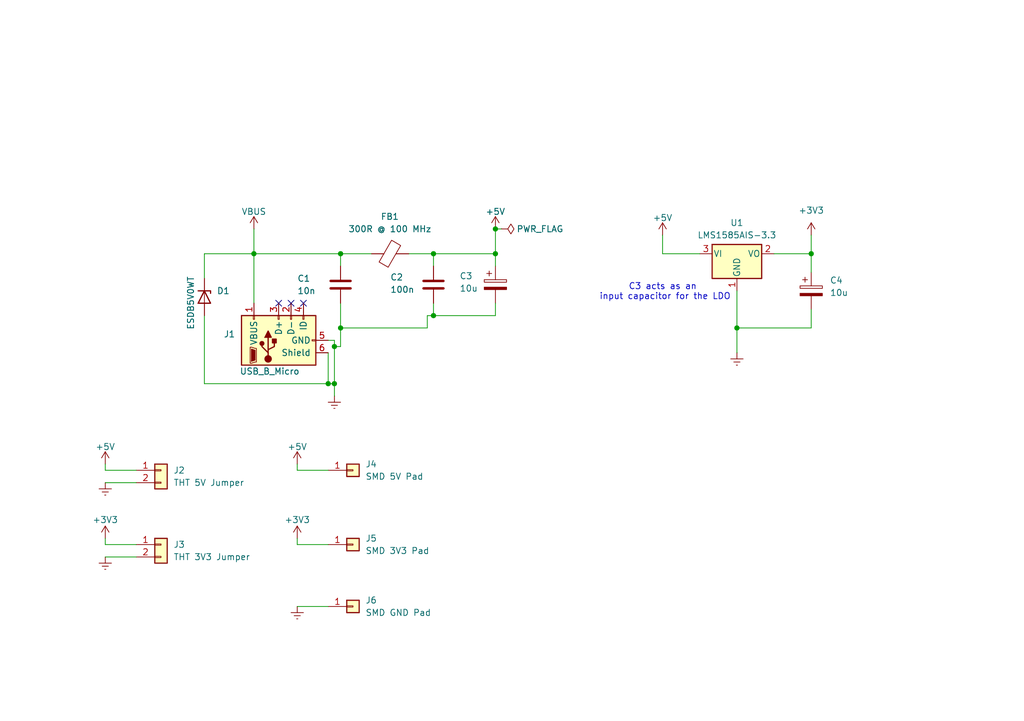
<source format=kicad_sch>
(kicad_sch (version 20231120) (generator "eeschema") (generator_version "8.0")
  (paper "A5")
  (title_block (title "5V & 3V3 USB Micro Power Supply Breakout Board") (date "2025-02-11") (rev "v04") (comment 3 "With filtering and ESD protection") (comment 4 "Simple 5V & 3V3 power supply from USB micro input (VBUS)"))
  (lib_symbols
    (symbol "Connector:USB_B_Micro" (pin_names (offset 1.016))
      (property "Reference" "J" (at -5.08 11.43 0))
      (property "Value" "USB_B_Micro" (at -5.08 8.89 0))
      (symbol "USB_B_Micro_0_1"
        (rectangle (start -5.08 -7.62) (end 5.08 7.62) (stroke (width 0.254)) (fill (type background)))
        (circle (center -3.81 2.159) (radius 0.635) (stroke (width 0.254)) (fill (type outline)))
        (circle (center -0.635 3.429) (radius 0.381) (stroke (width 0.254)) (fill (type outline)))
        (rectangle (start -0.127 -7.62) (end 0.127 -6.858))
        (polyline (pts (xy -1.905 2.159) (xy 0.635 2.159)) (stroke (width 0.254)))
        (polyline (pts (xy -3.175 2.159) (xy -2.54 2.159) (xy -1.27 3.429) (xy -0.635 3.429)) (stroke (width 0.254)))
        (polyline (pts (xy -2.54 2.159) (xy -1.905 2.159) (xy -1.27 0.889) (xy 0 0.889)) (stroke (width 0.254)))
        (polyline (pts (xy 0.635 2.794) (xy 0.635 1.524) (xy 1.905 2.159) (xy 0.635 2.794)) (stroke (width 0.254)) (fill (type outline)))
        (polyline (pts (xy -4.318 5.588) (xy -1.778 5.588) (xy -2.032 4.826) (xy -4.064 4.826) (xy -4.318 5.588)) (fill (type outline)))
        (polyline (pts (xy -4.699 5.842) (xy -4.699 5.588) (xy -4.445 4.826) (xy -4.445 4.572) (xy -1.651 4.572) (xy -1.651 4.826) (xy -1.397 5.588) (xy -1.397 5.842) (xy -4.699 5.842)))
        (rectangle (start 0.254 1.27) (end -0.508 0.508) (stroke (width 0.254)) (fill (type outline)))
        (rectangle (start 5.08 -5.207) (end 4.318 -4.953))
        (rectangle (start 5.08 -2.667) (end 4.318 -2.413))
        (rectangle (start 5.08 -0.127) (end 4.318 0.127))
        (rectangle (start 5.08 4.953) (end 4.318 5.207))
      )
      (symbol "USB_B_Micro_1_1"
        (pin power_out line (at 7.62 5.08 180) (length 2.54) (name "VBUS") (number "1"))
        (pin bidirectional line (at 7.62 -2.54 180) (length 2.54) (name "D-") (number "2"))
        (pin bidirectional line (at 7.62 0 180) (length 2.54) (name "D+") (number "3"))
        (pin passive line (at 7.62 -5.08 180) (length 2.54) (name "ID") (number "4"))
        (pin power_out line (at 0 -10.16 90) (length 2.54) (name "GND") (number "5"))
        (pin passive line (at -2.54 -10.16 90) (length 2.54) (name "Shield") (number "6"))
      )
    )
    (symbol "Connector_Generic:Conn_01x01" (pin_names (offset 1.016) hide)
      (property "Reference" "J" (at 0 2.54 0))
      (property "Value" "Conn_01x01" (at 0 -2.54 0))
      (symbol "Conn_01x01_1_1"
        (rectangle (start -1.27 0.127) (end 0 -0.127) (stroke (width 0.1524)))
        (rectangle (start -1.27 1.27) (end 1.27 -1.27) (stroke (width 0.254)) (fill (type background)))
        (pin passive line (at -5.08 0 0) (length 3.81) (name "Pin_1") (number "1"))
      )
    )
    (symbol "Connector_Generic:Conn_01x02" (pin_names (offset 1.016) hide)
      (property "Reference" "J" (at 0 2.54 0))
      (property "Value" "Conn_01x02" (at 0 -5.08 0))
      (symbol "Conn_01x02_1_1"
        (rectangle (start -1.27 -2.413) (end 0 -2.667) (stroke (width 0.1524)))
        (rectangle (start -1.27 0.127) (end 0 -0.127) (stroke (width 0.1524)))
        (rectangle (start -1.27 1.27) (end 1.27 -3.81) (stroke (width 0.254)) (fill (type background)))
        (pin passive line (at -5.08 0 0) (length 3.81) (name "Pin_1") (number "1"))
        (pin passive line (at -5.08 -2.54 0) (length 3.81) (name "Pin_2") (number "2"))
      )
    )
    (symbol "Device:C" (pin_numbers hide) (pin_names (offset 0.254))
      (property "Reference" "C" (at 0.635 2.54 0))
      (property "Value" "C" (at 0.635 -2.54 0))
      (symbol "C_0_1"
        (polyline (pts (xy -2.032 -0.762) (xy 2.032 -0.762)) (stroke (width 0.508)))
        (polyline (pts (xy -2.032 0.762) (xy 2.032 0.762)) (stroke (width 0.508)))
      )
      (symbol "C_1_1"
        (pin passive line (at 0 3.81 270) (length 2.794) (name "~") (number "1"))
        (pin passive line (at 0 -3.81 90) (length 2.794) (name "~") (number "2"))
      )
    )
    (symbol "Device:C_Polarized" (pin_numbers hide) (pin_names (offset 0.254))
      (property "Reference" "C" (at 0.635 2.54 0))
      (property "Value" "C_Polarized" (at 0.635 -2.54 0))
      (symbol "C_Polarized_0_1"
        (rectangle (start -2.286 0.508) (end 2.286 1.016))
        (polyline (pts (xy -1.778 2.286) (xy -0.762 2.286)))
        (polyline (pts (xy -1.27 2.794) (xy -1.27 1.778)))
        (rectangle (start 2.286 -0.508) (end -2.286 -1.016) (fill (type outline)))
      )
      (symbol "C_Polarized_1_1"
        (pin passive line (at 0 3.81 270) (length 2.794) (name "~") (number "1"))
        (pin passive line (at 0 -3.81 90) (length 2.794) (name "~") (number "2"))
      )
    )
    (symbol "Device:FerriteBead" (pin_numbers hide) (pin_names (offset 0))
      (property "Reference" "FB" (at -3.81 0.635 90))
      (property "Value" "FerriteBead" (at 3.81 0 90))
      (symbol "FerriteBead_0_1"
        (polyline (pts (xy 0 -1.27) (xy 0 -1.2192)))
        (polyline (pts (xy 0 1.27) (xy 0 1.2954)))
        (polyline (pts (xy -2.7686 0.4064) (xy -1.7018 2.2606) (xy 2.7686 -0.3048) (xy 1.6764 -2.159) (xy -2.7686 0.4064)))
      )
      (symbol "FerriteBead_1_1"
        (pin passive line (at 0 3.81 270) (length 2.54) (name "~") (number "1"))
        (pin passive line (at 0 -3.81 90) (length 2.54) (name "~") (number "2"))
      )
    )
    (symbol "Diode:PTVS5V0Z1USKP" (pin_numbers hide) (pin_names hide)
      (property "Reference" "D" (at 0 2.54 0))
      (property "Value" "PTVS5V0Z1USKP" (at 0 -2.54 0))
      (symbol "PTVS5V0Z1USKP_0_1"
        (polyline (pts (xy 1.27 0) (xy -1.27 0)))
        (polyline (pts (xy -1.27 -1.27) (xy -1.27 1.27) (xy -0.762 1.27)) (stroke (width 0.254)))
        (polyline (pts (xy 1.27 -1.27) (xy 1.27 1.27) (xy -1.27 0) (xy 1.27 -1.27)) (stroke (width 0.254)))
      )
      (symbol "PTVS5V0Z1USKP_1_1"
        (pin passive line (at -3.81 0 0) (length 2.54) (name "K") (number "1"))
        (pin passive line (at 3.81 0 180) (length 2.54) (name "A") (number "2"))
      )
    )
    (symbol "Regulator_Linear:LM1084-3.3" (pin_names (offset 0.254))
      (property "Reference" "U" (at -3.81 3.175 0))
      (property "Value" "LM1084-3.3" (at 0 3.175 0))
      (symbol "LM1084-3.3_0_1"
        (rectangle (start -5.08 1.905) (end 5.08 -5.08) (stroke (width 0.254)) (fill (type background)))
      )
      (symbol "LM1084-3.3_1_1"
        (pin power_in line (at 0 -7.62 90) (length 2.54) (name "GND") (number "1"))
        (pin power_out line (at 7.62 0 180) (length 2.54) (name "VO") (number "2"))
        (pin power_in line (at -7.62 0 0) (length 2.54) (name "VI") (number "3"))
      )
    )
    (symbol "power:+3V3" (power) (pin_numbers hide) (pin_names (offset 0) hide)
      (property "Value" "+3V3" (at 0 3.556 0))
      (symbol "+3V3_0_1"
        (polyline (pts (xy -0.762 1.27) (xy 0 2.54)))
        (polyline (pts (xy 0 0) (xy 0 2.54)))
        (polyline (pts (xy 0 2.54) (xy 0.762 1.27)))
      )
      (symbol "+3V3_1_1"
        (pin power_in line (at 0 0 90) (length 0) (name "~") (number "1"))
      )
    )
    (symbol "power:+5V" (power) (pin_numbers hide) (pin_names (offset 0) hide)
      (property "Value" "+5V" (at 0 3.556 0))
      (symbol "+5V_0_1"
        (polyline (pts (xy -0.762 1.27) (xy 0 2.54)))
        (polyline (pts (xy 0 0) (xy 0 2.54)))
        (polyline (pts (xy 0 2.54) (xy 0.762 1.27)))
      )
      (symbol "+5V_1_1"
        (pin power_in line (at 0 0 90) (length 0) (name "~") (number "1"))
      )
    )
    (symbol "power:GNDREF" (power) (pin_numbers hide) (pin_names (offset 0) hide)
      (property "Value" "GNDREF" (at 0 -3.81 0))
      (symbol "GNDREF_0_1"
        (polyline (pts (xy -0.635 -1.905) (xy 0.635 -1.905)))
        (polyline (pts (xy -0.127 -2.54) (xy 0.127 -2.54)))
        (polyline (pts (xy 0 -1.27) (xy 0 0)))
        (polyline (pts (xy 1.27 -1.27) (xy -1.27 -1.27)))
      )
      (symbol "GNDREF_1_1"
        (pin power_in line (at 0 0 270) (length 0) (name "~") (number "1"))
      )
    )
    (symbol "power:PWR_FLAG" (power) (pin_numbers hide) (pin_names (offset 0) hide)
      (property "Value" "PWR_FLAG" (at 0 3.81 0))
      (symbol "PWR_FLAG_0_0"
        (pin power_out line (at 0 0 90) (length 0) (name "~") (number "1"))
      )
      (symbol "PWR_FLAG_0_1"
        (polyline (pts (xy 0 0) (xy 0 1.27) (xy -1.016 1.905) (xy 0 2.54) (xy 1.016 1.905) (xy 0 1.27)))
      )
    )
  )
  (junction (at 69.85 52.07))
  (junction (at 166.37 52.07))
  (junction (at 69.85 67.31))
  (junction (at 52.07 52.07))
  (junction (at 68.58 71.12))
  (junction (at 101.6 46.99))
  (junction (at 68.58 78.74))
  (junction (at 101.6 52.07))
  (junction (at 88.9 64.77))
  (junction (at 88.9 52.07))
  (junction (at 67.31 78.74))
  (junction (at 151.13 67.31))
  (no_connect (at 57.15 62.23))
  (no_connect (at 59.69 62.23))
  (no_connect (at 62.23 62.23))
  (wire (pts (xy 41.91 64.77) (xy 41.91 78.74)))
  (wire (pts (xy 67.31 69.85) (xy 68.58 69.85)))
  (wire (pts (xy 21.59 99.06) (xy 27.94 99.06)))
  (wire (pts (xy 101.6 46.99) (xy 101.6 52.07)))
  (wire (pts (xy 68.58 69.85) (xy 68.58 71.12)))
  (wire (pts (xy 41.91 52.07) (xy 41.91 57.15)))
  (wire (pts (xy 166.37 63.5) (xy 166.37 67.31)))
  (wire (pts (xy 69.85 52.07) (xy 69.85 54.61)))
  (wire (pts (xy 21.59 110.49) (xy 21.59 111.76)))
  (wire (pts (xy 60.96 111.76) (xy 67.31 111.76)))
  (wire (pts (xy 101.6 46.99) (xy 102.87 46.99)))
  (wire (pts (xy 21.59 114.3) (xy 27.94 114.3)))
  (wire (pts (xy 151.13 72.39) (xy 151.13 67.31)))
  (wire (pts (xy 88.9 52.07) (xy 101.6 52.07)))
  (wire (pts (xy 101.6 52.07) (xy 101.6 54.61)))
  (wire (pts (xy 68.58 71.12) (xy 68.58 78.74)))
  (wire (pts (xy 88.9 64.77) (xy 101.6 64.77)))
  (wire (pts (xy 67.31 72.39) (xy 67.31 78.74)))
  (wire (pts (xy 68.58 71.12) (xy 69.85 71.12)))
  (wire (pts (xy 87.63 67.31) (xy 69.85 67.31)))
  (wire (pts (xy 88.9 52.07) (xy 88.9 54.61)))
  (wire (pts (xy 52.07 46.99) (xy 52.07 52.07)))
  (wire (pts (xy 83.82 52.07) (xy 88.9 52.07)))
  (wire (pts (xy 88.9 64.77) (xy 87.63 64.77)))
  (wire (pts (xy 60.96 96.52) (xy 67.31 96.52)))
  (wire (pts (xy 166.37 48.26) (xy 166.37 52.07)))
  (wire (pts (xy 166.37 52.07) (xy 166.37 55.88)))
  (wire (pts (xy 68.58 78.74) (xy 68.58 81.28)))
  (wire (pts (xy 21.59 111.76) (xy 27.94 111.76)))
  (wire (pts (xy 69.85 52.07) (xy 76.2 52.07)))
  (wire (pts (xy 67.31 78.74) (xy 68.58 78.74)))
  (wire (pts (xy 87.63 64.77) (xy 87.63 67.31)))
  (wire (pts (xy 52.07 52.07) (xy 41.91 52.07)))
  (wire (pts (xy 151.13 59.69) (xy 151.13 67.31)))
  (wire (pts (xy 69.85 67.31) (xy 69.85 71.12)))
  (wire (pts (xy 60.96 95.25) (xy 60.96 96.52)))
  (wire (pts (xy 52.07 52.07) (xy 69.85 52.07)))
  (wire (pts (xy 60.96 124.46) (xy 67.31 124.46)))
  (wire (pts (xy 101.6 62.23) (xy 101.6 64.77)))
  (wire (pts (xy 21.59 95.25) (xy 21.59 96.52)))
  (wire (pts (xy 158.75 52.07) (xy 166.37 52.07)))
  (wire (pts (xy 88.9 64.77) (xy 88.9 62.23)))
  (wire (pts (xy 135.89 52.07) (xy 143.51 52.07)))
  (wire (pts (xy 52.07 52.07) (xy 52.07 62.23)))
  (wire (pts (xy 21.59 96.52) (xy 27.94 96.52)))
  (wire (pts (xy 151.13 67.31) (xy 166.37 67.31)))
  (wire (pts (xy 60.96 110.49) (xy 60.96 111.76)))
  (wire (pts (xy 41.91 78.74) (xy 67.31 78.74)))
  (wire (pts (xy 69.85 62.23) (xy 69.85 67.31)))
  (wire (pts (xy 135.89 48.26) (xy 135.89 52.07)))
  (text "C3 acts as an \ninput capacitor for the LDO" (at 136.398 59.944 0) (effects (font (size 1.27 1.27))))
  (symbol (lib_id "power:GNDREF") (at 68.58 81.28 0) (unit 1)
    (property "Reference" "#PWR02" (effects (hide yes)))
    (property "Value" "GND" (effects (hide yes)))
    (property "Description" "Power symbol creates a global label with name \"GNDREF\" , reference supply ground" (effects (hide yes)))
  )
  (symbol (lib_id "Connector_Generic:Conn_01x02") (at 33.02 96.52 0) (unit 1)
    (property "Reference" "J2" (at 35.56 96.5199 0) (effects (justify left)))
    (property "Value" "THT 5V Jumper" (at 35.56 99.0599 0) (effects (justify left)))
    (property "Footprint" "Connector_PinHeader_2.54mm:PinHeader_1x02_P2.54mm_Vertical" (effects (hide yes)))
    (property "Description" "Generic connector, single row, 01x02, script generated (kicad-library-utils/schlib/autogen/connector/)" (effects (hide yes)))
  )
  (symbol (lib_id "Device:C") (at 69.85 58.42 0) (unit 1)
    (property "Reference" "C1" (at 60.96 57.15 0) (effects (justify left)))
    (property "Value" "10n" (at 60.96 59.69 0) (effects (justify left)))
    (property "Footprint" "Capacitor_SMD:C_0603_1608Metric" (effects (hide yes)))
    (property "Description" "Unpolarized capacitor" (effects (hide yes)))
  )
  (symbol (lib_id "Device:FerriteBead") (at 80.01 52.07 90) (unit 1)
    (property "Reference" "FB1" (at 79.9592 44.45 90))
    (property "Value" "300R @ 100 MHz" (at 79.9592 46.99 90))
    (property "Footprint" "Capacitor_SMD:C_2220_5750Metric_Pad1.97x5.40mm_HandSolder" (effects (hide yes)))
    (property "Description" "Ferrite bead" (effects (hide yes)))
    (property "MPN" "HI2220R301R-10" (effects (hide yes)))
  )
  (symbol (lib_id "Device:C_Polarized") (at 101.6 58.42 0) (unit 1)
    (property "Reference" "C3" (at 94.234 56.642 0) (effects (justify left)))
    (property "Value" "10u" (at 94.234 59.182 0) (effects (justify left)))
    (property "Footprint" "Capacitor_SMD:CP_Elec_4x4.5" (effects (hide yes)))
    (property "Description" "Polarized capacitor" (effects (hide yes)))
  )
  (symbol (lib_id "power:+5V") (at 101.6 46.99 0) (unit 1)
    (property "Reference" "#PWR05" (effects (hide yes)))
    (property "Value" "+5V" (at 101.6 43.434 0))
    (property "Description" "Power symbol creates a global label with name \"+5V\"" (effects (hide yes)))
  )
  (symbol (lib_id "Regulator_Linear:LM1084-3.3") (at 151.13 52.07 0) (unit 1)
    (property "Reference" "U1" (at 151.13 45.72 0))
    (property "Value" "LMS1585AIS-3.3" (at 151.13 48.26 0))
    (property "Footprint" "Package_TO_SOT_SMD:TO-263-3_TabPin2" (effects (hide yes)))
    (property "Datasheet" "http://www.ti.com/lit/ds/symlink/lm1084.pdf" (effects (hide yes)))
    (property "Description" "5A 27V Linear Regulator, Fixed Output 3.3V, TO-220/TO-263" (effects (hide yes)))
    (property "MPN" "LMS1585AIS-3.3/NOPB" (effects (hide yes)))
  )
  (symbol (lib_id "power:+5V") (at 52.07 46.99 0) (unit 1)
    (property "Reference" "#PWR01" (effects (hide yes)))
    (property "Value" "VBUS" (at 52.07 43.434 0))
    (property "Description" "Power symbol creates a global label with name \"+5V\"" (effects (hide yes)))
  )
  (symbol (lib_id "Diode:PTVS5V0Z1USKP") (at 41.91 60.96 270) (unit 1)
    (property "Reference" "D1" (at 44.45 59.6899 90) (effects (justify left)))
    (property "Value" "ESDB5V0WT" (at 39.116 56.642 0) (effects (justify left)))
    (property "Footprint" "Diode_SMD:D_SOD-523" (effects (hide yes)))
    (property "Description" "5V TVS unidirectional diode" (effects (hide yes)))
    (property "MPN" "ESDB5V0WT" (effects (hide yes)))
  )
  (symbol (lib_id "power:+5V") (at 60.96 95.25 0) (unit 1)
    (property "Reference" "#PWR03" (effects (hide yes)))
    (property "Value" "+5V" (at 60.96 91.694 0))
    (property "Description" "Power symbol creates a global label with name \"+5V\"" (effects (hide yes)))
  )
  (symbol (lib_id "power:PWR_FLAG") (at 102.87 46.99 270) (unit 1)
    (property "Reference" "#FLG01" (effects (hide yes)))
    (property "Value" "PWR_FLAG" (at 110.744 46.99 90))
    (property "Description" "Special symbol for telling ERC where power comes from" (effects (hide yes)))
  )
  (symbol (lib_id "power:+3V3") (at 21.59 110.49 0) (unit 1)
    (property "Reference" "#PWR013" (effects (hide yes)))
    (property "Value" "+3V3" (at 21.59 106.68 0))
    (property "Description" "Power symbol creates a global label with name \"+3V3\"" (effects (hide yes)))
  )
  (symbol (lib_id "power:+3V3") (at 60.96 110.49 0) (unit 1)
    (property "Reference" "#PWR04" (effects (hide yes)))
    (property "Value" "+3V3" (at 60.96 106.68 0))
    (property "Description" "Power symbol creates a global label with name \"+3V3\"" (effects (hide yes)))
  )
  (symbol (lib_id "power:+5V") (at 21.59 95.25 0) (unit 1)
    (property "Reference" "#PWR06" (effects (hide yes)))
    (property "Value" "+5V" (at 21.59 91.694 0))
    (property "Description" "Power symbol creates a global label with name \"+5V\"" (effects (hide yes)))
  )
  (symbol (lib_id "Connector_Generic:Conn_01x01") (at 72.39 96.52 0) (unit 1) (in_bom no)
    (property "Reference" "J4" (at 74.93 95.2499 0) (effects (justify left)))
    (property "Value" "SMD 5V Pad" (at 74.93 97.7899 0) (effects (justify left)))
    (property "Footprint" "Connector_Wire:SolderWirePad_1x01_SMD_5x10mm" (effects (hide yes)))
    (property "Description" "Generic connector, single row, 01x01, script generated (kicad-library-utils/schlib/autogen/connector/)" (effects (hide yes)))
  )
  (symbol (lib_id "power:+5V") (at 135.89 48.26 0) (unit 1)
    (property "Reference" "#PWR010" (effects (hide yes)))
    (property "Value" "+5V" (at 135.89 44.704 0))
    (property "Description" "Power symbol creates a global label with name \"+5V\"" (effects (hide yes)))
  )
  (symbol (lib_id "Connector:USB_B_Micro") (at 57.15 69.85 90) (unit 1)
    (property "Reference" "J1" (at 48.26 68.5799 90) (effects (justify left)))
    (property "Value" "USB_B_Micro" (at 61.468 76.2 90) (effects (justify left)))
    (property "Footprint" "Connector_USB:USB_Micro-B_Amphenol_10118194-0001LF_Horizontal" (effects (hide yes)))
    (property "Description" "USB Micro Type B connector" (effects (hide yes)))
    (property "MPN" " 10118194-0001LF" (effects (hide yes)))
  )
  (symbol (lib_id "Connector_Generic:Conn_01x01") (at 72.39 111.76 0) (unit 1) (in_bom no)
    (property "Reference" "J5" (at 74.93 110.4899 0) (effects (justify left)))
    (property "Value" "SMD 3V3 Pad" (at 74.93 113.0299 0) (effects (justify left)))
    (property "Footprint" "Connector_Wire:SolderWirePad_1x01_SMD_5x10mm" (effects (hide yes)))
    (property "Description" "Generic connector, single row, 01x01, script generated (kicad-library-utils/schlib/autogen/connector/)" (effects (hide yes)))
  )
  (symbol (lib_id "power:+3V3") (at 166.37 48.26 0) (unit 1)
    (property "Reference" "#PWR012" (effects (hide yes)))
    (property "Value" "+3V3" (at 166.37 43.18 0))
    (property "Description" "Power symbol creates a global label with name \"+3V3\"" (effects (hide yes)))
  )
  (symbol (lib_id "Device:C") (at 88.9 58.42 0) (unit 1)
    (property "Reference" "C2" (at 80.01 56.896 0) (effects (justify left)))
    (property "Value" "100n" (at 80.01 59.436 0) (effects (justify left)))
    (property "Footprint" "Capacitor_SMD:C_0603_1608Metric" (effects (hide yes)))
    (property "Description" "Unpolarized capacitor" (effects (hide yes)))
  )
  (symbol (lib_id "power:GNDREF") (at 21.59 114.3 0) (unit 1)
    (property "Reference" "#PWR014" (effects (hide yes)))
    (property "Value" "GND" (effects (hide yes)))
    (property "Description" "Power symbol creates a global label with name \"GNDREF\" , reference supply ground" (effects (hide yes)))
  )
  (symbol (lib_id "Connector_Generic:Conn_01x01") (at 72.39 124.46 0) (unit 1) (in_bom no)
    (property "Reference" "J6" (at 74.93 123.1899 0) (effects (justify left)))
    (property "Value" "SMD GND Pad" (at 74.93 125.7299 0) (effects (justify left)))
    (property "Footprint" "Connector_Wire:SolderWirePad_1x01_SMD_5x10mm" (effects (hide yes)))
    (property "Description" "Generic connector, single row, 01x01, script generated (kicad-library-utils/schlib/autogen/connector/)" (effects (hide yes)))
  )
  (symbol (lib_id "power:GNDREF") (at 21.59 99.06 0) (unit 1)
    (property "Reference" "#PWR08" (effects (hide yes)))
    (property "Value" "GND" (effects (hide yes)))
    (property "Description" "Power symbol creates a global label with name \"GNDREF\" , reference supply ground" (effects (hide yes)))
  )
  (symbol (lib_id "Connector_Generic:Conn_01x02") (at 33.02 111.76 0) (unit 1)
    (property "Reference" "J3" (at 35.56 111.7599 0) (effects (justify left)))
    (property "Value" "THT 3V3 Jumper" (at 35.56 114.2999 0) (effects (justify left)))
    (property "Footprint" "Connector_PinHeader_2.54mm:PinHeader_1x02_P2.54mm_Vertical" (effects (hide yes)))
    (property "Description" "Generic connector, single row, 01x02, script generated (kicad-library-utils/schlib/autogen/connector/)" (effects (hide yes)))
  )
  (symbol (lib_id "power:GNDREF") (at 60.96 124.46 0) (unit 1)
    (property "Reference" "#PWR09" (effects (hide yes)))
    (property "Value" "GND" (effects (hide yes)))
    (property "Description" "Power symbol creates a global label with name \"GNDREF\" , reference supply ground" (effects (hide yes)))
  )
  (symbol (lib_id "power:GNDREF") (at 151.13 72.39 0) (unit 1)
    (property "Reference" "#PWR011" (effects (hide yes)))
    (property "Value" "GND" (effects (hide yes)))
    (property "Description" "Power symbol creates a global label with name \"GNDREF\" , reference supply ground" (effects (hide yes)))
  )
  (symbol (lib_id "Device:C_Polarized") (at 166.37 59.69 0) (unit 1)
    (property "Reference" "C4" (at 170.18 57.5309 0) (effects (justify left)))
    (property "Value" "10u" (at 170.18 60.0709 0) (effects (justify left)))
    (property "Footprint" "Capacitor_SMD:CP_Elec_4x4.5" (effects (hide yes)))
    (property "Description" "Polarized capacitor" (effects (hide yes)))
  )
)
</source>
